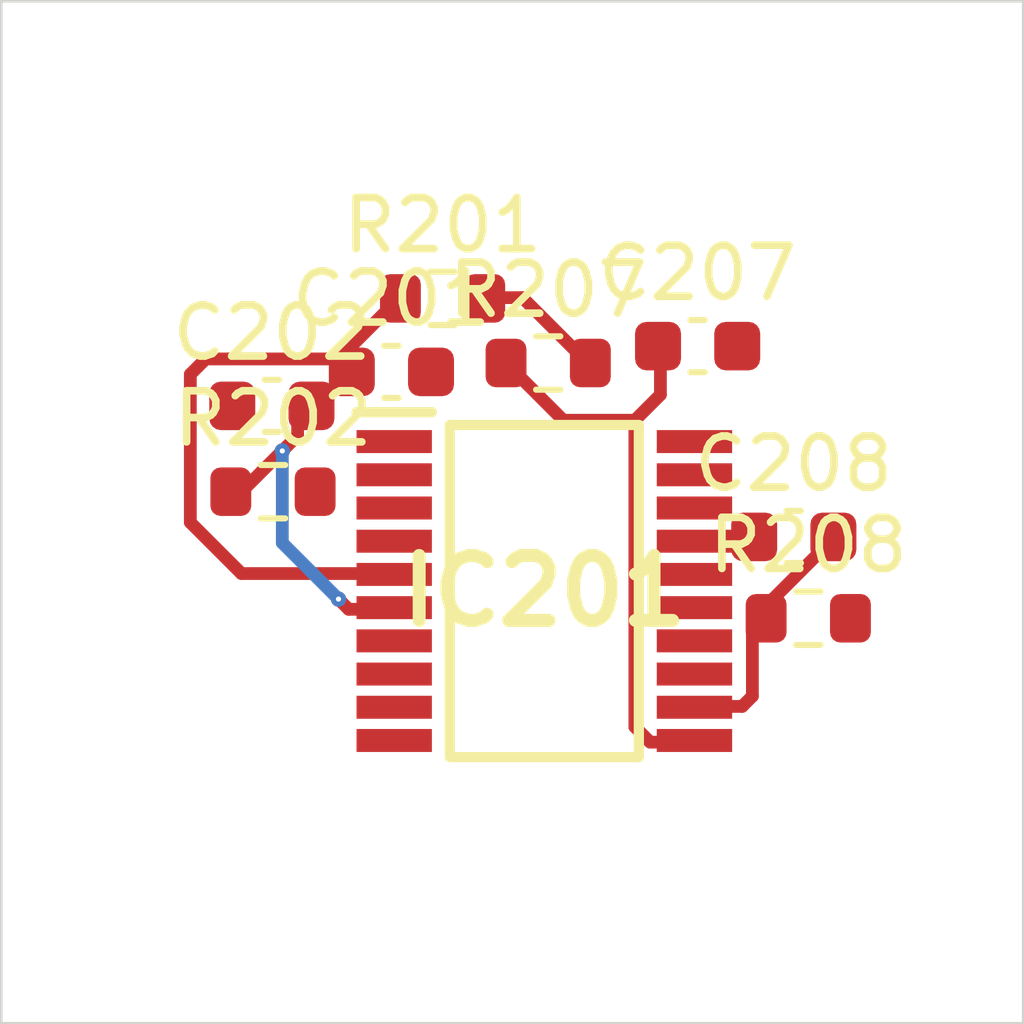
<source format=kicad_pcb>
 ( kicad_pcb  ( version 20171130 )
 ( host pcbnew 5.1.12-84ad8e8a86~92~ubuntu18.04.1 )
 ( general  ( thickness 1.6 )
 ( drawings 4 )
 ( tracks 0 )
 ( zones 0 )
 ( modules 9 )
 ( nets 19 )
)
 ( page A4 )
 ( layers  ( 0 F.Cu signal )
 ( 31 B.Cu signal )
 ( 32 B.Adhes user )
 ( 33 F.Adhes user )
 ( 34 B.Paste user )
 ( 35 F.Paste user )
 ( 36 B.SilkS user )
 ( 37 F.SilkS user )
 ( 38 B.Mask user )
 ( 39 F.Mask user )
 ( 40 Dwgs.User user )
 ( 41 Cmts.User user )
 ( 42 Eco1.User user )
 ( 43 Eco2.User user )
 ( 44 Edge.Cuts user )
 ( 45 Margin user )
 ( 46 B.CrtYd user )
 ( 47 F.CrtYd user )
 ( 48 B.Fab user )
 ( 49 F.Fab user )
)
 ( setup  ( last_trace_width 0.25 )
 ( trace_clearance 0.2 )
 ( zone_clearance 0.508 )
 ( zone_45_only no )
 ( trace_min 0.2 )
 ( via_size 0.8 )
 ( via_drill 0.4 )
 ( via_min_size 0.4 )
 ( via_min_drill 0.3 )
 ( uvia_size 0.3 )
 ( uvia_drill 0.1 )
 ( uvias_allowed no )
 ( uvia_min_size 0.2 )
 ( uvia_min_drill 0.1 )
 ( edge_width 0.05 )
 ( segment_width 0.2 )
 ( pcb_text_width 0.3 )
 ( pcb_text_size 1.5 1.5 )
 ( mod_edge_width 0.12 )
 ( mod_text_size 1 1 )
 ( mod_text_width 0.15 )
 ( pad_size 1.524 1.524 )
 ( pad_drill 0.762 )
 ( pad_to_mask_clearance 0 )
 ( aux_axis_origin 0 0 )
 ( visible_elements FFFFFF7F )
 ( pcbplotparams  ( layerselection 0x010fc_ffffffff )
 ( usegerberextensions false )
 ( usegerberattributes true )
 ( usegerberadvancedattributes true )
 ( creategerberjobfile true )
 ( excludeedgelayer true )
 ( linewidth 0.100000 )
 ( plotframeref false )
 ( viasonmask false )
 ( mode 1 )
 ( useauxorigin false )
 ( hpglpennumber 1 )
 ( hpglpenspeed 20 )
 ( hpglpendiameter 15.000000 )
 ( psnegative false )
 ( psa4output false )
 ( plotreference true )
 ( plotvalue true )
 ( plotinvisibletext false )
 ( padsonsilk false )
 ( subtractmaskfromsilk false )
 ( outputformat 1 )
 ( mirror false )
 ( drillshape 1 )
 ( scaleselection 1 )
 ( outputdirectory "" )
)
)
 ( net 0 "" )
 ( net 1 GND )
 ( net 2 /Sheet6235D886/ch0 )
 ( net 3 /Sheet6235D886/ch1 )
 ( net 4 /Sheet6235D886/ch2 )
 ( net 5 /Sheet6235D886/ch3 )
 ( net 6 /Sheet6235D886/ch4 )
 ( net 7 /Sheet6235D886/ch5 )
 ( net 8 /Sheet6235D886/ch6 )
 ( net 9 /Sheet6235D886/ch7 )
 ( net 10 VDD )
 ( net 11 VDDA )
 ( net 12 /Sheet6235D886/adc_csn )
 ( net 13 /Sheet6235D886/adc_sck )
 ( net 14 /Sheet6235D886/adc_sdi )
 ( net 15 /Sheet6235D886/adc_sdo )
 ( net 16 /Sheet6235D886/vp )
 ( net 17 /Sheet6248AD22/chn0 )
 ( net 18 /Sheet6248AD22/chn3 )
 ( net_class Default "This is the default net class."  ( clearance 0.2 )
 ( trace_width 0.25 )
 ( via_dia 0.8 )
 ( via_drill 0.4 )
 ( uvia_dia 0.3 )
 ( uvia_drill 0.1 )
 ( add_net /Sheet6235D886/adc_csn )
 ( add_net /Sheet6235D886/adc_sck )
 ( add_net /Sheet6235D886/adc_sdi )
 ( add_net /Sheet6235D886/adc_sdo )
 ( add_net /Sheet6235D886/ch0 )
 ( add_net /Sheet6235D886/ch1 )
 ( add_net /Sheet6235D886/ch2 )
 ( add_net /Sheet6235D886/ch3 )
 ( add_net /Sheet6235D886/ch4 )
 ( add_net /Sheet6235D886/ch5 )
 ( add_net /Sheet6235D886/ch6 )
 ( add_net /Sheet6235D886/ch7 )
 ( add_net /Sheet6235D886/vp )
 ( add_net /Sheet6248AD22/chn0 )
 ( add_net /Sheet6248AD22/chn3 )
 ( add_net GND )
 ( add_net VDD )
 ( add_net VDDA )
)
 ( module Capacitor_SMD:C_0603_1608Metric  ( layer F.Cu )
 ( tedit 5F68FEEE )
 ( tstamp 6234222D )
 ( at 87.635500 107.253000 )
 ( descr "Capacitor SMD 0603 (1608 Metric), square (rectangular) end terminal, IPC_7351 nominal, (Body size source: IPC-SM-782 page 76, https://www.pcb-3d.com/wordpress/wp-content/uploads/ipc-sm-782a_amendment_1_and_2.pdf), generated with kicad-footprint-generator" )
 ( tags capacitor )
 ( path /6235D887/623691C5 )
 ( attr smd )
 ( fp_text reference C201  ( at 0 -1.43 )
 ( layer F.SilkS )
 ( effects  ( font  ( size 1 1 )
 ( thickness 0.15 )
)
)
)
 ( fp_text value 0.1uF  ( at 0 1.43 )
 ( layer F.Fab )
 ( effects  ( font  ( size 1 1 )
 ( thickness 0.15 )
)
)
)
 ( fp_line  ( start -0.8 0.4 )
 ( end -0.8 -0.4 )
 ( layer F.Fab )
 ( width 0.1 )
)
 ( fp_line  ( start -0.8 -0.4 )
 ( end 0.8 -0.4 )
 ( layer F.Fab )
 ( width 0.1 )
)
 ( fp_line  ( start 0.8 -0.4 )
 ( end 0.8 0.4 )
 ( layer F.Fab )
 ( width 0.1 )
)
 ( fp_line  ( start 0.8 0.4 )
 ( end -0.8 0.4 )
 ( layer F.Fab )
 ( width 0.1 )
)
 ( fp_line  ( start -0.14058 -0.51 )
 ( end 0.14058 -0.51 )
 ( layer F.SilkS )
 ( width 0.12 )
)
 ( fp_line  ( start -0.14058 0.51 )
 ( end 0.14058 0.51 )
 ( layer F.SilkS )
 ( width 0.12 )
)
 ( fp_line  ( start -1.48 0.73 )
 ( end -1.48 -0.73 )
 ( layer F.CrtYd )
 ( width 0.05 )
)
 ( fp_line  ( start -1.48 -0.73 )
 ( end 1.48 -0.73 )
 ( layer F.CrtYd )
 ( width 0.05 )
)
 ( fp_line  ( start 1.48 -0.73 )
 ( end 1.48 0.73 )
 ( layer F.CrtYd )
 ( width 0.05 )
)
 ( fp_line  ( start 1.48 0.73 )
 ( end -1.48 0.73 )
 ( layer F.CrtYd )
 ( width 0.05 )
)
 ( fp_text user %R  ( at 0 0 )
 ( layer F.Fab )
 ( effects  ( font  ( size 0.4 0.4 )
 ( thickness 0.06 )
)
)
)
 ( pad 2 smd roundrect  ( at 0.775 0 )
 ( size 0.9 0.95 )
 ( layers F.Cu F.Mask F.Paste )
 ( roundrect_rratio 0.25 )
 ( net 1 GND )
)
 ( pad 1 smd roundrect  ( at -0.775 0 )
 ( size 0.9 0.95 )
 ( layers F.Cu F.Mask F.Paste )
 ( roundrect_rratio 0.25 )
 ( net 2 /Sheet6235D886/ch0 )
)
 ( model ${KISYS3DMOD}/Capacitor_SMD.3dshapes/C_0603_1608Metric.wrl  ( at  ( xyz 0 0 0 )
)
 ( scale  ( xyz 1 1 1 )
)
 ( rotate  ( xyz 0 0 0 )
)
)
)
 ( module Capacitor_SMD:C_0603_1608Metric  ( layer F.Cu )
 ( tedit 5F68FEEE )
 ( tstamp 6234223E )
 ( at 85.296000 107.918000 )
 ( descr "Capacitor SMD 0603 (1608 Metric), square (rectangular) end terminal, IPC_7351 nominal, (Body size source: IPC-SM-782 page 76, https://www.pcb-3d.com/wordpress/wp-content/uploads/ipc-sm-782a_amendment_1_and_2.pdf), generated with kicad-footprint-generator" )
 ( tags capacitor )
 ( path /6235D887/62369EE0 )
 ( attr smd )
 ( fp_text reference C202  ( at 0 -1.43 )
 ( layer F.SilkS )
 ( effects  ( font  ( size 1 1 )
 ( thickness 0.15 )
)
)
)
 ( fp_text value 0.1uF  ( at 0 1.43 )
 ( layer F.Fab )
 ( effects  ( font  ( size 1 1 )
 ( thickness 0.15 )
)
)
)
 ( fp_line  ( start 1.48 0.73 )
 ( end -1.48 0.73 )
 ( layer F.CrtYd )
 ( width 0.05 )
)
 ( fp_line  ( start 1.48 -0.73 )
 ( end 1.48 0.73 )
 ( layer F.CrtYd )
 ( width 0.05 )
)
 ( fp_line  ( start -1.48 -0.73 )
 ( end 1.48 -0.73 )
 ( layer F.CrtYd )
 ( width 0.05 )
)
 ( fp_line  ( start -1.48 0.73 )
 ( end -1.48 -0.73 )
 ( layer F.CrtYd )
 ( width 0.05 )
)
 ( fp_line  ( start -0.14058 0.51 )
 ( end 0.14058 0.51 )
 ( layer F.SilkS )
 ( width 0.12 )
)
 ( fp_line  ( start -0.14058 -0.51 )
 ( end 0.14058 -0.51 )
 ( layer F.SilkS )
 ( width 0.12 )
)
 ( fp_line  ( start 0.8 0.4 )
 ( end -0.8 0.4 )
 ( layer F.Fab )
 ( width 0.1 )
)
 ( fp_line  ( start 0.8 -0.4 )
 ( end 0.8 0.4 )
 ( layer F.Fab )
 ( width 0.1 )
)
 ( fp_line  ( start -0.8 -0.4 )
 ( end 0.8 -0.4 )
 ( layer F.Fab )
 ( width 0.1 )
)
 ( fp_line  ( start -0.8 0.4 )
 ( end -0.8 -0.4 )
 ( layer F.Fab )
 ( width 0.1 )
)
 ( fp_text user %R  ( at 0 0 )
 ( layer F.Fab )
 ( effects  ( font  ( size 0.4 0.4 )
 ( thickness 0.06 )
)
)
)
 ( pad 1 smd roundrect  ( at -0.775 0 )
 ( size 0.9 0.95 )
 ( layers F.Cu F.Mask F.Paste )
 ( roundrect_rratio 0.25 )
 ( net 1 GND )
)
 ( pad 2 smd roundrect  ( at 0.775 0 )
 ( size 0.9 0.95 )
 ( layers F.Cu F.Mask F.Paste )
 ( roundrect_rratio 0.25 )
 ( net 3 /Sheet6235D886/ch1 )
)
 ( model ${KISYS3DMOD}/Capacitor_SMD.3dshapes/C_0603_1608Metric.wrl  ( at  ( xyz 0 0 0 )
)
 ( scale  ( xyz 1 1 1 )
)
 ( rotate  ( xyz 0 0 0 )
)
)
)
 ( module Capacitor_SMD:C_0603_1608Metric  ( layer F.Cu )
 ( tedit 5F68FEEE )
 ( tstamp 62342293 )
 ( at 93.628100 106.749000 )
 ( descr "Capacitor SMD 0603 (1608 Metric), square (rectangular) end terminal, IPC_7351 nominal, (Body size source: IPC-SM-782 page 76, https://www.pcb-3d.com/wordpress/wp-content/uploads/ipc-sm-782a_amendment_1_and_2.pdf), generated with kicad-footprint-generator" )
 ( tags capacitor )
 ( path /6235D887/6238B3FE )
 ( attr smd )
 ( fp_text reference C207  ( at 0 -1.43 )
 ( layer F.SilkS )
 ( effects  ( font  ( size 1 1 )
 ( thickness 0.15 )
)
)
)
 ( fp_text value 0.1uF  ( at 0 1.43 )
 ( layer F.Fab )
 ( effects  ( font  ( size 1 1 )
 ( thickness 0.15 )
)
)
)
 ( fp_line  ( start -0.8 0.4 )
 ( end -0.8 -0.4 )
 ( layer F.Fab )
 ( width 0.1 )
)
 ( fp_line  ( start -0.8 -0.4 )
 ( end 0.8 -0.4 )
 ( layer F.Fab )
 ( width 0.1 )
)
 ( fp_line  ( start 0.8 -0.4 )
 ( end 0.8 0.4 )
 ( layer F.Fab )
 ( width 0.1 )
)
 ( fp_line  ( start 0.8 0.4 )
 ( end -0.8 0.4 )
 ( layer F.Fab )
 ( width 0.1 )
)
 ( fp_line  ( start -0.14058 -0.51 )
 ( end 0.14058 -0.51 )
 ( layer F.SilkS )
 ( width 0.12 )
)
 ( fp_line  ( start -0.14058 0.51 )
 ( end 0.14058 0.51 )
 ( layer F.SilkS )
 ( width 0.12 )
)
 ( fp_line  ( start -1.48 0.73 )
 ( end -1.48 -0.73 )
 ( layer F.CrtYd )
 ( width 0.05 )
)
 ( fp_line  ( start -1.48 -0.73 )
 ( end 1.48 -0.73 )
 ( layer F.CrtYd )
 ( width 0.05 )
)
 ( fp_line  ( start 1.48 -0.73 )
 ( end 1.48 0.73 )
 ( layer F.CrtYd )
 ( width 0.05 )
)
 ( fp_line  ( start 1.48 0.73 )
 ( end -1.48 0.73 )
 ( layer F.CrtYd )
 ( width 0.05 )
)
 ( fp_text user %R  ( at 0 0 )
 ( layer F.Fab )
 ( effects  ( font  ( size 0.4 0.4 )
 ( thickness 0.06 )
)
)
)
 ( pad 2 smd roundrect  ( at 0.775 0 )
 ( size 0.9 0.95 )
 ( layers F.Cu F.Mask F.Paste )
 ( roundrect_rratio 0.25 )
 ( net 1 GND )
)
 ( pad 1 smd roundrect  ( at -0.775 0 )
 ( size 0.9 0.95 )
 ( layers F.Cu F.Mask F.Paste )
 ( roundrect_rratio 0.25 )
 ( net 8 /Sheet6235D886/ch6 )
)
 ( model ${KISYS3DMOD}/Capacitor_SMD.3dshapes/C_0603_1608Metric.wrl  ( at  ( xyz 0 0 0 )
)
 ( scale  ( xyz 1 1 1 )
)
 ( rotate  ( xyz 0 0 0 )
)
)
)
 ( module Capacitor_SMD:C_0603_1608Metric  ( layer F.Cu )
 ( tedit 5F68FEEE )
 ( tstamp 623422A4 )
 ( at 95.510100 110.483000 )
 ( descr "Capacitor SMD 0603 (1608 Metric), square (rectangular) end terminal, IPC_7351 nominal, (Body size source: IPC-SM-782 page 76, https://www.pcb-3d.com/wordpress/wp-content/uploads/ipc-sm-782a_amendment_1_and_2.pdf), generated with kicad-footprint-generator" )
 ( tags capacitor )
 ( path /6235D887/6238B404 )
 ( attr smd )
 ( fp_text reference C208  ( at 0 -1.43 )
 ( layer F.SilkS )
 ( effects  ( font  ( size 1 1 )
 ( thickness 0.15 )
)
)
)
 ( fp_text value 0.1uF  ( at 0 1.43 )
 ( layer F.Fab )
 ( effects  ( font  ( size 1 1 )
 ( thickness 0.15 )
)
)
)
 ( fp_line  ( start 1.48 0.73 )
 ( end -1.48 0.73 )
 ( layer F.CrtYd )
 ( width 0.05 )
)
 ( fp_line  ( start 1.48 -0.73 )
 ( end 1.48 0.73 )
 ( layer F.CrtYd )
 ( width 0.05 )
)
 ( fp_line  ( start -1.48 -0.73 )
 ( end 1.48 -0.73 )
 ( layer F.CrtYd )
 ( width 0.05 )
)
 ( fp_line  ( start -1.48 0.73 )
 ( end -1.48 -0.73 )
 ( layer F.CrtYd )
 ( width 0.05 )
)
 ( fp_line  ( start -0.14058 0.51 )
 ( end 0.14058 0.51 )
 ( layer F.SilkS )
 ( width 0.12 )
)
 ( fp_line  ( start -0.14058 -0.51 )
 ( end 0.14058 -0.51 )
 ( layer F.SilkS )
 ( width 0.12 )
)
 ( fp_line  ( start 0.8 0.4 )
 ( end -0.8 0.4 )
 ( layer F.Fab )
 ( width 0.1 )
)
 ( fp_line  ( start 0.8 -0.4 )
 ( end 0.8 0.4 )
 ( layer F.Fab )
 ( width 0.1 )
)
 ( fp_line  ( start -0.8 -0.4 )
 ( end 0.8 -0.4 )
 ( layer F.Fab )
 ( width 0.1 )
)
 ( fp_line  ( start -0.8 0.4 )
 ( end -0.8 -0.4 )
 ( layer F.Fab )
 ( width 0.1 )
)
 ( fp_text user %R  ( at 0 0 )
 ( layer F.Fab )
 ( effects  ( font  ( size 0.4 0.4 )
 ( thickness 0.06 )
)
)
)
 ( pad 1 smd roundrect  ( at -0.775 0 )
 ( size 0.9 0.95 )
 ( layers F.Cu F.Mask F.Paste )
 ( roundrect_rratio 0.25 )
 ( net 1 GND )
)
 ( pad 2 smd roundrect  ( at 0.775 0 )
 ( size 0.9 0.95 )
 ( layers F.Cu F.Mask F.Paste )
 ( roundrect_rratio 0.25 )
 ( net 9 /Sheet6235D886/ch7 )
)
 ( model ${KISYS3DMOD}/Capacitor_SMD.3dshapes/C_0603_1608Metric.wrl  ( at  ( xyz 0 0 0 )
)
 ( scale  ( xyz 1 1 1 )
)
 ( rotate  ( xyz 0 0 0 )
)
)
)
 ( module MCP3564R-E_ST:SOP65P640X120-20N locked  ( layer F.Cu )
 ( tedit 623351C2 )
 ( tstamp 623423D6 )
 ( at 90.628000 111.542000 )
 ( descr "20-Lead Plastic Thin Shrink Small Outline (ST) - 4.4mm body [TSSOP]" )
 ( tags "Integrated Circuit" )
 ( path /6235D887/6235E071 )
 ( attr smd )
 ( fp_text reference IC201  ( at 0 0 )
 ( layer F.SilkS )
 ( effects  ( font  ( size 1.27 1.27 )
 ( thickness 0.254 )
)
)
)
 ( fp_text value MCP3564R-E_ST  ( at 0 0 )
 ( layer F.SilkS )
hide  ( effects  ( font  ( size 1.27 1.27 )
 ( thickness 0.254 )
)
)
)
 ( fp_line  ( start -3.925 -3.55 )
 ( end 3.925 -3.55 )
 ( layer Dwgs.User )
 ( width 0.05 )
)
 ( fp_line  ( start 3.925 -3.55 )
 ( end 3.925 3.55 )
 ( layer Dwgs.User )
 ( width 0.05 )
)
 ( fp_line  ( start 3.925 3.55 )
 ( end -3.925 3.55 )
 ( layer Dwgs.User )
 ( width 0.05 )
)
 ( fp_line  ( start -3.925 3.55 )
 ( end -3.925 -3.55 )
 ( layer Dwgs.User )
 ( width 0.05 )
)
 ( fp_line  ( start -2.2 -3.25 )
 ( end 2.2 -3.25 )
 ( layer Dwgs.User )
 ( width 0.1 )
)
 ( fp_line  ( start 2.2 -3.25 )
 ( end 2.2 3.25 )
 ( layer Dwgs.User )
 ( width 0.1 )
)
 ( fp_line  ( start 2.2 3.25 )
 ( end -2.2 3.25 )
 ( layer Dwgs.User )
 ( width 0.1 )
)
 ( fp_line  ( start -2.2 3.25 )
 ( end -2.2 -3.25 )
 ( layer Dwgs.User )
 ( width 0.1 )
)
 ( fp_line  ( start -2.2 -2.6 )
 ( end -1.55 -3.25 )
 ( layer Dwgs.User )
 ( width 0.1 )
)
 ( fp_line  ( start -1.85 -3.25 )
 ( end 1.85 -3.25 )
 ( layer F.SilkS )
 ( width 0.2 )
)
 ( fp_line  ( start 1.85 -3.25 )
 ( end 1.85 3.25 )
 ( layer F.SilkS )
 ( width 0.2 )
)
 ( fp_line  ( start 1.85 3.25 )
 ( end -1.85 3.25 )
 ( layer F.SilkS )
 ( width 0.2 )
)
 ( fp_line  ( start -1.85 3.25 )
 ( end -1.85 -3.25 )
 ( layer F.SilkS )
 ( width 0.2 )
)
 ( fp_line  ( start -3.675 -3.5 )
 ( end -2.2 -3.5 )
 ( layer F.SilkS )
 ( width 0.2 )
)
 ( pad 1 smd rect  ( at -2.938 -2.925 90.000000 )
 ( size 0.45 1.475 )
 ( layers F.Cu F.Mask F.Paste )
 ( net 11 VDDA )
)
 ( pad 2 smd rect  ( at -2.938 -2.275 90.000000 )
 ( size 0.45 1.475 )
 ( layers F.Cu F.Mask F.Paste )
 ( net 1 GND )
)
 ( pad 3 smd rect  ( at -2.938 -1.625 90.000000 )
 ( size 0.45 1.475 )
 ( layers F.Cu F.Mask F.Paste )
 ( net 1 GND )
)
 ( pad 4 smd rect  ( at -2.938 -0.975 90.000000 )
 ( size 0.45 1.475 )
 ( layers F.Cu F.Mask F.Paste )
)
 ( pad 5 smd rect  ( at -2.938 -0.325 90.000000 )
 ( size 0.45 1.475 )
 ( layers F.Cu F.Mask F.Paste )
 ( net 2 /Sheet6235D886/ch0 )
)
 ( pad 6 smd rect  ( at -2.938 0.325 90.000000 )
 ( size 0.45 1.475 )
 ( layers F.Cu F.Mask F.Paste )
 ( net 3 /Sheet6235D886/ch1 )
)
 ( pad 7 smd rect  ( at -2.938 0.975 90.000000 )
 ( size 0.45 1.475 )
 ( layers F.Cu F.Mask F.Paste )
 ( net 4 /Sheet6235D886/ch2 )
)
 ( pad 8 smd rect  ( at -2.938 1.625 90.000000 )
 ( size 0.45 1.475 )
 ( layers F.Cu F.Mask F.Paste )
 ( net 5 /Sheet6235D886/ch3 )
)
 ( pad 9 smd rect  ( at -2.938 2.275 90.000000 )
 ( size 0.45 1.475 )
 ( layers F.Cu F.Mask F.Paste )
 ( net 6 /Sheet6235D886/ch4 )
)
 ( pad 10 smd rect  ( at -2.938 2.925 90.000000 )
 ( size 0.45 1.475 )
 ( layers F.Cu F.Mask F.Paste )
 ( net 7 /Sheet6235D886/ch5 )
)
 ( pad 11 smd rect  ( at 2.938 2.925 90.000000 )
 ( size 0.45 1.475 )
 ( layers F.Cu F.Mask F.Paste )
 ( net 8 /Sheet6235D886/ch6 )
)
 ( pad 12 smd rect  ( at 2.938 2.275 90.000000 )
 ( size 0.45 1.475 )
 ( layers F.Cu F.Mask F.Paste )
 ( net 9 /Sheet6235D886/ch7 )
)
 ( pad 13 smd rect  ( at 2.938 1.625 90.000000 )
 ( size 0.45 1.475 )
 ( layers F.Cu F.Mask F.Paste )
 ( net 12 /Sheet6235D886/adc_csn )
)
 ( pad 14 smd rect  ( at 2.938 0.975 90.000000 )
 ( size 0.45 1.475 )
 ( layers F.Cu F.Mask F.Paste )
 ( net 13 /Sheet6235D886/adc_sck )
)
 ( pad 15 smd rect  ( at 2.938 0.325 90.000000 )
 ( size 0.45 1.475 )
 ( layers F.Cu F.Mask F.Paste )
 ( net 14 /Sheet6235D886/adc_sdi )
)
 ( pad 16 smd rect  ( at 2.938 -0.325 90.000000 )
 ( size 0.45 1.475 )
 ( layers F.Cu F.Mask F.Paste )
 ( net 15 /Sheet6235D886/adc_sdo )
)
 ( pad 17 smd rect  ( at 2.938 -0.975 90.000000 )
 ( size 0.45 1.475 )
 ( layers F.Cu F.Mask F.Paste )
)
 ( pad 18 smd rect  ( at 2.938 -1.625 90.000000 )
 ( size 0.45 1.475 )
 ( layers F.Cu F.Mask F.Paste )
)
 ( pad 19 smd rect  ( at 2.938 -2.275 90.000000 )
 ( size 0.45 1.475 )
 ( layers F.Cu F.Mask F.Paste )
 ( net 1 GND )
)
 ( pad 20 smd rect  ( at 2.938 -2.925 90.000000 )
 ( size 0.45 1.475 )
 ( layers F.Cu F.Mask F.Paste )
 ( net 10 VDD )
)
)
 ( module Resistor_SMD:R_0603_1608Metric  ( layer F.Cu )
 ( tedit 5F68FEEE )
 ( tstamp 6234250D )
 ( at 88.636500 105.815000 )
 ( descr "Resistor SMD 0603 (1608 Metric), square (rectangular) end terminal, IPC_7351 nominal, (Body size source: IPC-SM-782 page 72, https://www.pcb-3d.com/wordpress/wp-content/uploads/ipc-sm-782a_amendment_1_and_2.pdf), generated with kicad-footprint-generator" )
 ( tags resistor )
 ( path /6235D887/623641B7 )
 ( attr smd )
 ( fp_text reference R201  ( at 0 -1.43 )
 ( layer F.SilkS )
 ( effects  ( font  ( size 1 1 )
 ( thickness 0.15 )
)
)
)
 ( fp_text value 1k  ( at 0 1.43 )
 ( layer F.Fab )
 ( effects  ( font  ( size 1 1 )
 ( thickness 0.15 )
)
)
)
 ( fp_line  ( start -0.8 0.4125 )
 ( end -0.8 -0.4125 )
 ( layer F.Fab )
 ( width 0.1 )
)
 ( fp_line  ( start -0.8 -0.4125 )
 ( end 0.8 -0.4125 )
 ( layer F.Fab )
 ( width 0.1 )
)
 ( fp_line  ( start 0.8 -0.4125 )
 ( end 0.8 0.4125 )
 ( layer F.Fab )
 ( width 0.1 )
)
 ( fp_line  ( start 0.8 0.4125 )
 ( end -0.8 0.4125 )
 ( layer F.Fab )
 ( width 0.1 )
)
 ( fp_line  ( start -0.237258 -0.5225 )
 ( end 0.237258 -0.5225 )
 ( layer F.SilkS )
 ( width 0.12 )
)
 ( fp_line  ( start -0.237258 0.5225 )
 ( end 0.237258 0.5225 )
 ( layer F.SilkS )
 ( width 0.12 )
)
 ( fp_line  ( start -1.48 0.73 )
 ( end -1.48 -0.73 )
 ( layer F.CrtYd )
 ( width 0.05 )
)
 ( fp_line  ( start -1.48 -0.73 )
 ( end 1.48 -0.73 )
 ( layer F.CrtYd )
 ( width 0.05 )
)
 ( fp_line  ( start 1.48 -0.73 )
 ( end 1.48 0.73 )
 ( layer F.CrtYd )
 ( width 0.05 )
)
 ( fp_line  ( start 1.48 0.73 )
 ( end -1.48 0.73 )
 ( layer F.CrtYd )
 ( width 0.05 )
)
 ( fp_text user %R  ( at 0 0 )
 ( layer F.Fab )
 ( effects  ( font  ( size 0.4 0.4 )
 ( thickness 0.06 )
)
)
)
 ( pad 2 smd roundrect  ( at 0.825 0 )
 ( size 0.8 0.95 )
 ( layers F.Cu F.Mask F.Paste )
 ( roundrect_rratio 0.25 )
 ( net 16 /Sheet6235D886/vp )
)
 ( pad 1 smd roundrect  ( at -0.825 0 )
 ( size 0.8 0.95 )
 ( layers F.Cu F.Mask F.Paste )
 ( roundrect_rratio 0.25 )
 ( net 2 /Sheet6235D886/ch0 )
)
 ( model ${KISYS3DMOD}/Resistor_SMD.3dshapes/R_0603_1608Metric.wrl  ( at  ( xyz 0 0 0 )
)
 ( scale  ( xyz 1 1 1 )
)
 ( rotate  ( xyz 0 0 0 )
)
)
)
 ( module Resistor_SMD:R_0603_1608Metric  ( layer F.Cu )
 ( tedit 5F68FEEE )
 ( tstamp 6234251E )
 ( at 85.317400 109.598000 )
 ( descr "Resistor SMD 0603 (1608 Metric), square (rectangular) end terminal, IPC_7351 nominal, (Body size source: IPC-SM-782 page 72, https://www.pcb-3d.com/wordpress/wp-content/uploads/ipc-sm-782a_amendment_1_and_2.pdf), generated with kicad-footprint-generator" )
 ( tags resistor )
 ( path /6235D887/6236A646 )
 ( attr smd )
 ( fp_text reference R202  ( at 0 -1.43 )
 ( layer F.SilkS )
 ( effects  ( font  ( size 1 1 )
 ( thickness 0.15 )
)
)
)
 ( fp_text value 1k  ( at 0 1.43 )
 ( layer F.Fab )
 ( effects  ( font  ( size 1 1 )
 ( thickness 0.15 )
)
)
)
 ( fp_line  ( start 1.48 0.73 )
 ( end -1.48 0.73 )
 ( layer F.CrtYd )
 ( width 0.05 )
)
 ( fp_line  ( start 1.48 -0.73 )
 ( end 1.48 0.73 )
 ( layer F.CrtYd )
 ( width 0.05 )
)
 ( fp_line  ( start -1.48 -0.73 )
 ( end 1.48 -0.73 )
 ( layer F.CrtYd )
 ( width 0.05 )
)
 ( fp_line  ( start -1.48 0.73 )
 ( end -1.48 -0.73 )
 ( layer F.CrtYd )
 ( width 0.05 )
)
 ( fp_line  ( start -0.237258 0.5225 )
 ( end 0.237258 0.5225 )
 ( layer F.SilkS )
 ( width 0.12 )
)
 ( fp_line  ( start -0.237258 -0.5225 )
 ( end 0.237258 -0.5225 )
 ( layer F.SilkS )
 ( width 0.12 )
)
 ( fp_line  ( start 0.8 0.4125 )
 ( end -0.8 0.4125 )
 ( layer F.Fab )
 ( width 0.1 )
)
 ( fp_line  ( start 0.8 -0.4125 )
 ( end 0.8 0.4125 )
 ( layer F.Fab )
 ( width 0.1 )
)
 ( fp_line  ( start -0.8 -0.4125 )
 ( end 0.8 -0.4125 )
 ( layer F.Fab )
 ( width 0.1 )
)
 ( fp_line  ( start -0.8 0.4125 )
 ( end -0.8 -0.4125 )
 ( layer F.Fab )
 ( width 0.1 )
)
 ( fp_text user %R  ( at 0 0 )
 ( layer F.Fab )
 ( effects  ( font  ( size 0.4 0.4 )
 ( thickness 0.06 )
)
)
)
 ( pad 1 smd roundrect  ( at -0.825 0 )
 ( size 0.8 0.95 )
 ( layers F.Cu F.Mask F.Paste )
 ( roundrect_rratio 0.25 )
 ( net 3 /Sheet6235D886/ch1 )
)
 ( pad 2 smd roundrect  ( at 0.825 0 )
 ( size 0.8 0.95 )
 ( layers F.Cu F.Mask F.Paste )
 ( roundrect_rratio 0.25 )
 ( net 17 /Sheet6248AD22/chn0 )
)
 ( model ${KISYS3DMOD}/Resistor_SMD.3dshapes/R_0603_1608Metric.wrl  ( at  ( xyz 0 0 0 )
)
 ( scale  ( xyz 1 1 1 )
)
 ( rotate  ( xyz 0 0 0 )
)
)
)
 ( module Resistor_SMD:R_0603_1608Metric  ( layer F.Cu )
 ( tedit 5F68FEEE )
 ( tstamp 62342573 )
 ( at 90.703600 107.079000 )
 ( descr "Resistor SMD 0603 (1608 Metric), square (rectangular) end terminal, IPC_7351 nominal, (Body size source: IPC-SM-782 page 72, https://www.pcb-3d.com/wordpress/wp-content/uploads/ipc-sm-782a_amendment_1_and_2.pdf), generated with kicad-footprint-generator" )
 ( tags resistor )
 ( path /6235D887/6238B3F8 )
 ( attr smd )
 ( fp_text reference R207  ( at 0 -1.43 )
 ( layer F.SilkS )
 ( effects  ( font  ( size 1 1 )
 ( thickness 0.15 )
)
)
)
 ( fp_text value 1k  ( at 0 1.43 )
 ( layer F.Fab )
 ( effects  ( font  ( size 1 1 )
 ( thickness 0.15 )
)
)
)
 ( fp_line  ( start -0.8 0.4125 )
 ( end -0.8 -0.4125 )
 ( layer F.Fab )
 ( width 0.1 )
)
 ( fp_line  ( start -0.8 -0.4125 )
 ( end 0.8 -0.4125 )
 ( layer F.Fab )
 ( width 0.1 )
)
 ( fp_line  ( start 0.8 -0.4125 )
 ( end 0.8 0.4125 )
 ( layer F.Fab )
 ( width 0.1 )
)
 ( fp_line  ( start 0.8 0.4125 )
 ( end -0.8 0.4125 )
 ( layer F.Fab )
 ( width 0.1 )
)
 ( fp_line  ( start -0.237258 -0.5225 )
 ( end 0.237258 -0.5225 )
 ( layer F.SilkS )
 ( width 0.12 )
)
 ( fp_line  ( start -0.237258 0.5225 )
 ( end 0.237258 0.5225 )
 ( layer F.SilkS )
 ( width 0.12 )
)
 ( fp_line  ( start -1.48 0.73 )
 ( end -1.48 -0.73 )
 ( layer F.CrtYd )
 ( width 0.05 )
)
 ( fp_line  ( start -1.48 -0.73 )
 ( end 1.48 -0.73 )
 ( layer F.CrtYd )
 ( width 0.05 )
)
 ( fp_line  ( start 1.48 -0.73 )
 ( end 1.48 0.73 )
 ( layer F.CrtYd )
 ( width 0.05 )
)
 ( fp_line  ( start 1.48 0.73 )
 ( end -1.48 0.73 )
 ( layer F.CrtYd )
 ( width 0.05 )
)
 ( fp_text user %R  ( at 0 0 )
 ( layer F.Fab )
 ( effects  ( font  ( size 0.4 0.4 )
 ( thickness 0.06 )
)
)
)
 ( pad 2 smd roundrect  ( at 0.825 0 )
 ( size 0.8 0.95 )
 ( layers F.Cu F.Mask F.Paste )
 ( roundrect_rratio 0.25 )
 ( net 16 /Sheet6235D886/vp )
)
 ( pad 1 smd roundrect  ( at -0.825 0 )
 ( size 0.8 0.95 )
 ( layers F.Cu F.Mask F.Paste )
 ( roundrect_rratio 0.25 )
 ( net 8 /Sheet6235D886/ch6 )
)
 ( model ${KISYS3DMOD}/Resistor_SMD.3dshapes/R_0603_1608Metric.wrl  ( at  ( xyz 0 0 0 )
)
 ( scale  ( xyz 1 1 1 )
)
 ( rotate  ( xyz 0 0 0 )
)
)
)
 ( module Resistor_SMD:R_0603_1608Metric  ( layer F.Cu )
 ( tedit 5F68FEEE )
 ( tstamp 62342584 )
 ( at 95.794000 112.075000 )
 ( descr "Resistor SMD 0603 (1608 Metric), square (rectangular) end terminal, IPC_7351 nominal, (Body size source: IPC-SM-782 page 72, https://www.pcb-3d.com/wordpress/wp-content/uploads/ipc-sm-782a_amendment_1_and_2.pdf), generated with kicad-footprint-generator" )
 ( tags resistor )
 ( path /6235D887/6238B40A )
 ( attr smd )
 ( fp_text reference R208  ( at 0 -1.43 )
 ( layer F.SilkS )
 ( effects  ( font  ( size 1 1 )
 ( thickness 0.15 )
)
)
)
 ( fp_text value 1k  ( at 0 1.43 )
 ( layer F.Fab )
 ( effects  ( font  ( size 1 1 )
 ( thickness 0.15 )
)
)
)
 ( fp_line  ( start 1.48 0.73 )
 ( end -1.48 0.73 )
 ( layer F.CrtYd )
 ( width 0.05 )
)
 ( fp_line  ( start 1.48 -0.73 )
 ( end 1.48 0.73 )
 ( layer F.CrtYd )
 ( width 0.05 )
)
 ( fp_line  ( start -1.48 -0.73 )
 ( end 1.48 -0.73 )
 ( layer F.CrtYd )
 ( width 0.05 )
)
 ( fp_line  ( start -1.48 0.73 )
 ( end -1.48 -0.73 )
 ( layer F.CrtYd )
 ( width 0.05 )
)
 ( fp_line  ( start -0.237258 0.5225 )
 ( end 0.237258 0.5225 )
 ( layer F.SilkS )
 ( width 0.12 )
)
 ( fp_line  ( start -0.237258 -0.5225 )
 ( end 0.237258 -0.5225 )
 ( layer F.SilkS )
 ( width 0.12 )
)
 ( fp_line  ( start 0.8 0.4125 )
 ( end -0.8 0.4125 )
 ( layer F.Fab )
 ( width 0.1 )
)
 ( fp_line  ( start 0.8 -0.4125 )
 ( end 0.8 0.4125 )
 ( layer F.Fab )
 ( width 0.1 )
)
 ( fp_line  ( start -0.8 -0.4125 )
 ( end 0.8 -0.4125 )
 ( layer F.Fab )
 ( width 0.1 )
)
 ( fp_line  ( start -0.8 0.4125 )
 ( end -0.8 -0.4125 )
 ( layer F.Fab )
 ( width 0.1 )
)
 ( fp_text user %R  ( at 0 0 )
 ( layer F.Fab )
 ( effects  ( font  ( size 0.4 0.4 )
 ( thickness 0.06 )
)
)
)
 ( pad 1 smd roundrect  ( at -0.825 0 )
 ( size 0.8 0.95 )
 ( layers F.Cu F.Mask F.Paste )
 ( roundrect_rratio 0.25 )
 ( net 9 /Sheet6235D886/ch7 )
)
 ( pad 2 smd roundrect  ( at 0.825 0 )
 ( size 0.8 0.95 )
 ( layers F.Cu F.Mask F.Paste )
 ( roundrect_rratio 0.25 )
 ( net 18 /Sheet6248AD22/chn3 )
)
 ( model ${KISYS3DMOD}/Resistor_SMD.3dshapes/R_0603_1608Metric.wrl  ( at  ( xyz 0 0 0 )
)
 ( scale  ( xyz 1 1 1 )
)
 ( rotate  ( xyz 0 0 0 )
)
)
)
 ( gr_line  ( start 100 100 )
 ( end 100 120 )
 ( layer Edge.Cuts )
 ( width 0.05 )
 ( tstamp 62E770C4 )
)
 ( gr_line  ( start 80 120 )
 ( end 100 120 )
 ( layer Edge.Cuts )
 ( width 0.05 )
 ( tstamp 62E770C0 )
)
 ( gr_line  ( start 80 100 )
 ( end 100 100 )
 ( layer Edge.Cuts )
 ( width 0.05 )
 ( tstamp 6234110C )
)
 ( gr_line  ( start 80 100 )
 ( end 80 120 )
 ( layer Edge.Cuts )
 ( width 0.05 )
)
 ( segment  ( start 87.700001 111.200002 )
 ( end 84.700001 111.200002 )
 ( width 0.250000 )
 ( layer F.Cu )
 ( net 2 )
)
 ( segment  ( start 84.700001 111.200002 )
 ( end 83.700001 110.200002 )
 ( width 0.250000 )
 ( layer F.Cu )
 ( net 2 )
)
 ( segment  ( start 83.700001 110.200002 )
 ( end 83.700001 107.300002 )
 ( width 0.250000 )
 ( layer F.Cu )
 ( net 2 )
)
 ( segment  ( start 83.700001 107.300002 )
 ( end 84.000001 107.000002 )
 ( width 0.250000 )
 ( layer F.Cu )
 ( net 2 )
)
 ( segment  ( start 84.000001 107.000002 )
 ( end 86.600001 107.000002 )
 ( width 0.250000 )
 ( layer F.Cu )
 ( net 2 )
)
 ( segment  ( start 86.600001 107.000002 )
 ( end 86.900001 107.300002 )
 ( width 0.250000 )
 ( layer F.Cu )
 ( net 2 )
)
 ( segment  ( start 87.800001 105.800002 )
 ( end 86.600001 107.000002 )
 ( width 0.250000 )
 ( layer F.Cu )
 ( net 2 )
)
 ( segment  ( start 87.700001 111.900002 )
 ( end 86.800001 111.900002 )
 ( width 0.250000 )
 ( layer F.Cu )
 ( net 3 )
)
 ( segment  ( start 86.800001 111.900002 )
 ( end 86.600001 111.700002 )
 ( width 0.250000 )
 ( layer F.Cu )
 ( net 3 )
)
 ( segment  ( start 86.600001 111.700002 )
 ( end 85.500001 110.600002 )
 ( width 0.250000 )
 ( layer B.Cu )
 ( net 3 )
)
 ( segment  ( start 85.500001 110.600002 )
 ( end 85.500001 108.800002 )
 ( width 0.250000 )
 ( layer B.Cu )
 ( net 3 )
)
 ( segment  ( start 85.500001 108.800002 )
 ( end 85.800001 108.500002 )
 ( width 0.250000 )
 ( layer F.Cu )
 ( net 3 )
)
 ( segment  ( start 85.800001 108.500002 )
 ( end 85.800001 108.200002 )
 ( width 0.250000 )
 ( layer F.Cu )
 ( net 3 )
)
 ( segment  ( start 85.800001 108.200002 )
 ( end 86.100001 107.900002 )
 ( width 0.250000 )
 ( layer F.Cu )
 ( net 3 )
)
 ( segment  ( start 84.500001 109.600002 )
 ( end 84.700001 109.600002 )
 ( width 0.250000 )
 ( layer F.Cu )
 ( net 3 )
)
 ( segment  ( start 84.700001 109.600002 )
 ( end 85.500001 108.800002 )
 ( width 0.250000 )
 ( layer F.Cu )
 ( net 3 )
)
 ( via micro  ( at 86.600001 111.700002 )
 ( size 0.300000 )
 ( drill 0.100000 )
 ( layers F.Cu B.Cu )
 ( net 3 )
)
 ( via micro  ( at 85.500001 108.800002 )
 ( size 0.300000 )
 ( drill 0.100000 )
 ( layers F.Cu B.Cu )
 ( net 3 )
)
 ( segment  ( start 93.600001 114.500002 )
 ( end 92.700001 114.500002 )
 ( width 0.250000 )
 ( layer F.Cu )
 ( net 8 )
)
 ( segment  ( start 92.700001 114.500002 )
 ( end 92.400001 114.200002 )
 ( width 0.250000 )
 ( layer F.Cu )
 ( net 8 )
)
 ( segment  ( start 92.400001 114.200002 )
 ( end 92.400001 108.200002 )
 ( width 0.250000 )
 ( layer F.Cu )
 ( net 8 )
)
 ( segment  ( start 92.400001 108.200002 )
 ( end 92.900001 107.700002 )
 ( width 0.250000 )
 ( layer F.Cu )
 ( net 8 )
)
 ( segment  ( start 92.900001 107.700002 )
 ( end 92.900001 106.700002 )
 ( width 0.250000 )
 ( layer F.Cu )
 ( net 8 )
)
 ( segment  ( start 89.900001 107.100002 )
 ( end 91.000001 108.200002 )
 ( width 0.250000 )
 ( layer F.Cu )
 ( net 8 )
)
 ( segment  ( start 91.000001 108.200002 )
 ( end 92.400001 108.200002 )
 ( width 0.250000 )
 ( layer F.Cu )
 ( net 8 )
)
 ( segment  ( start 93.600001 113.800002 )
 ( end 94.500001 113.800002 )
 ( width 0.250000 )
 ( layer F.Cu )
 ( net 9 )
)
 ( segment  ( start 94.500001 113.800002 )
 ( end 94.700001 113.600002 )
 ( width 0.250000 )
 ( layer F.Cu )
 ( net 9 )
)
 ( segment  ( start 94.700001 113.600002 )
 ( end 94.700001 112.100002 )
 ( width 0.250000 )
 ( layer F.Cu )
 ( net 9 )
)
 ( segment  ( start 94.700001 112.100002 )
 ( end 96.300001 110.500002 )
 ( width 0.250000 )
 ( layer F.Cu )
 ( net 9 )
)
 ( segment  ( start 95.000001 112.100002 )
 ( end 94.900001 112.000002 )
 ( width 0.250000 )
 ( layer F.Cu )
 ( net 9 )
)
 ( segment  ( start 94.900001 112.000002 )
 ( end 94.800001 112.000002 )
 ( width 0.250000 )
 ( layer F.Cu )
 ( net 9 )
)
 ( segment  ( start 91.500001 107.100002 )
 ( end 90.200001 105.800002 )
 ( width 0.250000 )
 ( layer F.Cu )
 ( net 16 )
)
 ( segment  ( start 90.200001 105.800002 )
 ( end 89.500001 105.800002 )
 ( width 0.250000 )
 ( layer F.Cu )
 ( net 16 )
)
)

</source>
